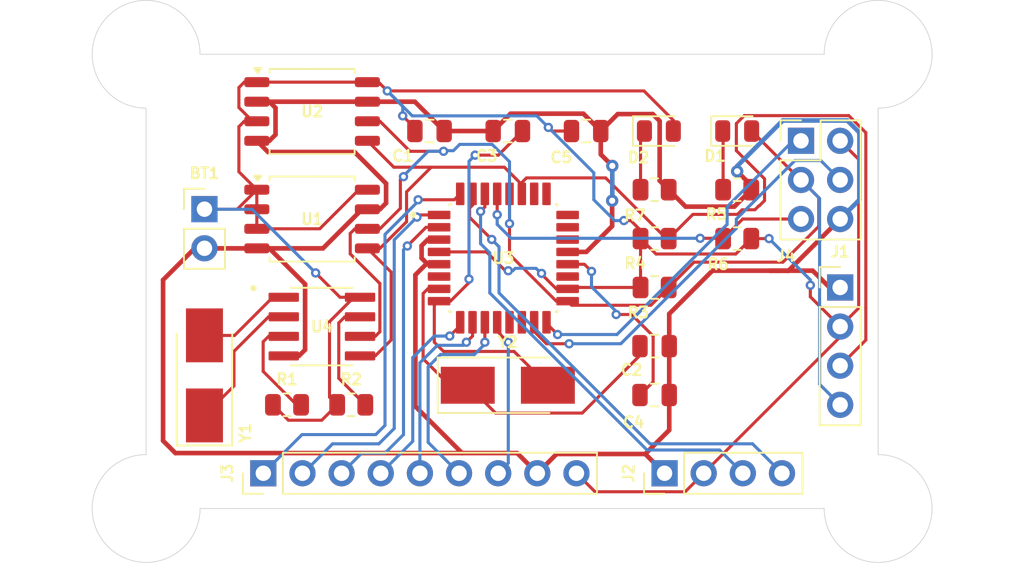
<source format=kicad_pcb>
(kicad_pcb (version 20241229) (generator "pcbnew") (generator_version "9.0")
  (title_block (title "${project_name}") (date "2025-07-05") (rev "1") (company "${company_name}") (comment 1 "${comment_1}"))
  (layers (0 "F.Cu" mixed) (2 "B.Cu" mixed) (13 "F.Paste" user) (15 "B.Paste" user) (5 "F.SilkS" user "F.Silkscreen") (7 "B.SilkS" user "B.Silkscreen") (1 "F.Mask" user) (3 "B.Mask" user) (25 "Edge.Cuts" user))
  (property "comment_1" "Made by Andres Perez")
  (property "company_name" "University of Notre Dame | Udemy")
  (property "project_name" "MCU Datalogger with 512K EEPROM and Clock")
  (net 0 "")
  (net 1 "GND")
  (net 2 "/Vcc")
  (net 3 "Net-(U3-PB6)")
  (net 4 "Net-(U3-PB7)")
  (net 5 "Net-(U3-AREF)")
  (net 6 "Net-(D1-K)")
  (net 7 "/SCL")
  (net 8 "Net-(D2-K)")
  (net 9 "/SDA")
  (net 10 "/TX")
  (net 11 "/RX")
  (net 12 "/D3")
  (net 13 "/D5")
  (net 14 "/D6")
  (net 15 "/D7")
  (net 16 "/D2")
  (net 17 "/D8")
  (net 18 "/D4")
  (net 19 "/MISO")
  (net 20 "/MOSI")
  (net 21 "/RESET")
  (net 22 "Net-(U4-~{INTA})")
  (net 23 "Net-(U4-SQW{slash}~INT)")
  (net 33 "Net-(U4-X1)")
  (net 34 "Net-(U4-X2)")
  (footprint "Capacitor_SMD:C_0805_2012Metric" (layer "F.Cu") (at 135.89 70.485)
    (property "Reference" "C1")
    (property "Value" "0.1uF")
  )
  (footprint "Resistor_SMD:R_0805_2012Metric" (layer "F.Cu") (at 126.6425 88.265)
    (property "Reference" "R1")
    (property "Value" "10K")
  )
  (footprint "Capacitor_SMD:C_0805_2012Metric" (layer "F.Cu") (at 140.97 70.485 180)
    (property "Reference" "C3")
    (property "Value" "22pF")
  )
  (footprint "ATMEGA328P-AU:QFP80P900X900X120-32N" (layer "F.Cu") (at 140.68 78.735)
    (property "Reference" "U3")
    (property "Value" "ATMEGA328P-AU" (hide yes))
  )
  (footprint "Capacitor_SMD:C_0805_2012Metric" (layer "F.Cu") (at 150.495 87.63)
    (property "Reference" "C4")
    (property "Value" "0.1uF")
  )
  (footprint "Resistor_SMD:R_0805_2012Metric" (layer "F.Cu") (at 130.81 88.265)
    (property "Reference" "R2")
    (property "Value" "10K")
  )
  (footprint "MountingHole:MountingHole_3.2mm_M3" (layer "F.Cu") (at 165 65.5)
    (property "Reference" "REF**" (hide yes))
    (property "Value" "MountingHole_3.2mm_M3")
  )
  (footprint "Package_SO:SOIC-8_5.3x5.3mm_P1.27mm" (layer "F.Cu") (at 128.27 69.215)
    (property "Reference" "U2")
    (property "Value" "24LC1025")
  )
  (footprint "MountingHole:MountingHole_3.2mm_M3" (layer "F.Cu") (at 117.5 65.5)
    (property "Reference" "REF**" (hide yes))
    (property "Value" "MountingHole_3.2mm_M3")
  )
  (footprint "Resistor_SMD:R_0805_2012Metric" (layer "F.Cu") (at 155.8525 74.295 180)
    (property "Reference" "R5")
    (property "Value" "330")
  )
  (footprint "Connector_PinHeader_2.54mm:PinHeader_1x04_P2.54mm_Vertical" (layer "F.Cu") (at 151.14 92.71 90)
    (property "Reference" "J2")
    (property "Value" "Conn_01x04_Pin" (hide yes))
  )
  (footprint "DS1337S_:SOIC127P600X175-8N" (layer "F.Cu") (at 128.905 83.185)
    (property "Reference" "U4")
    (property "Value" "DS1337S_" (hide yes))
  )
  (footprint "Connector_PinHeader_2.54mm:PinHeader_1x02_P2.54mm_Vertical" (layer "F.Cu") (at 121.285 75.56)
    (property "Reference" "BT1")
    (property "Value" "Battery")
  )
  (footprint "Connector_PinHeader_2.54mm:PinHeader_2x03_P2.54mm_Vertical" (layer "F.Cu") (at 159.995 71.12)
    (property "Reference" "J4")
    (property "Value" "Conn_02x03_Odd_Even" (hide yes))
  )
  (footprint "Resistor_SMD:R_0805_2012Metric" (layer "F.Cu") (at 150.495 80.645)
    (property "Reference" "R3")
    (property "Value" "4.7K")
  )
  (footprint "Crystal:Crystal_SMD_5032-2Pin_5.0x3.2mm_HandSoldering" (layer "F.Cu") (at 140.97 86.995)
    (property "Reference" "Y2")
    (property "Value" "16 MHz")
  )
  (footprint "Crystal:Crystal_SMD_5032-2Pin_5.0x3.2mm_HandSoldering" (layer "F.Cu") (at 121.285 86.355 90)
    (property "Reference" "Y1")
    (property "Value" "32.768 KHz")
  )
  (footprint "Resistor_SMD:R_0805_2012Metric" (layer "F.Cu") (at 155.8525 77.47)
    (property "Reference" "R6")
    (property "Value" "10K")
  )
  (footprint "Resistor_SMD:R_0805_2012Metric" (layer "F.Cu") (at 150.495 77.47)
    (property "Reference" "R4")
    (property "Value" "4.7K")
  )
  (footprint "MountingHole:MountingHole_3.2mm_M3" (layer "F.Cu") (at 117.5 95)
    (property "Reference" "REF**" (hide yes))
    (property "Value" "MountingHole_3.2mm_M3")
  )
  (footprint "Connector_PinHeader_2.54mm:PinHeader_1x04_P2.54mm_Vertical" (layer "F.Cu") (at 162.535 80.645)
    (property "Reference" "J1")
    (property "Value" "Conn_01x04_Pin" (hide yes))
  )
  (footprint "LED_SMD:LED_0805_2012Metric" (layer "F.Cu") (at 155.8525 70.485)
    (property "Reference" "D1")
    (property "Value" "LED")
  )
  (footprint "MountingHole:MountingHole_3.2mm_M3" (layer "F.Cu") (at 165 95)
    (property "Reference" "REF**" (hide yes))
    (property "Value" "MountingHole_3.2mm_M3")
  )
  (footprint "Connector_PinHeader_2.54mm:PinHeader_1x09_P2.54mm_Vertical" (layer "F.Cu") (at 125.105 92.71 90)
    (property "Reference" "J3")
    (property "Value" "Conn_01x09_Pin" (hide yes))
  )
  (footprint "Resistor_SMD:R_0805_2012Metric" (layer "F.Cu") (at 150.495 74.295)
    (property "Reference" "R7")
    (property "Value" "330")
  )
  (footprint "Package_SO:SOIC-8_5.3x5.3mm_P1.27mm" (layer "F.Cu") (at 128.27 76.2)
    (property "Reference" "U1")
    (property "Value" "24LC1025")
  )
  (footprint "Capacitor_SMD:C_0805_2012Metric" (layer "F.Cu") (at 146.05 70.485)
    (property "Reference" "C5")
    (property "Value" "100nF")
  )
  (footprint "LED_SMD:LED_0805_2012Metric" (layer "F.Cu") (at 150.7725 70.485)
    (property "Reference" "D2")
    (property "Value" "LED")
  )
  (footprint "Capacitor_SMD:C_0805_2012Metric" (layer "F.Cu") (at 150.495 84.455 180)
    (property "Reference" "C2")
    (property "Value" "22pF")
  )
  (gr_arc (start 117.5 69) (mid 115.025126 63.025126) (end 121 65.5) (stroke (width 0.05)) (layer "Edge.Cuts"))
  (gr_line (start 121 65.5) (end 161.5 65.5) (stroke (width 0.05)) (layer "Edge.Cuts"))
  (gr_line (start 117.5 69) (end 117.5 91.5) (stroke (width 0.05)) (layer "Edge.Cuts"))
  (gr_arc (start 165 91.5) (mid 167.474874 97.474874) (end 161.5 95) (stroke (width 0.05)) (layer "Edge.Cuts"))
  (gr_arc (start 161.5 65.5) (mid 167.474874 63.025126) (end 165 69) (stroke (width 0.05)) (layer "Edge.Cuts"))
  (gr_line (start 121 95) (end 123.5 95) (stroke (width 0.05)) (layer "Edge.Cuts"))
  (gr_line (start 123.5 95) (end 161.5 95) (stroke (width 0.05)) (layer "Edge.Cuts"))
  (gr_arc (start 121 95) (mid 115.025126 97.474874) (end 117.5 91.5) (stroke (width 0.05)) (layer "Edge.Cuts"))
  (gr_line (start 165 69) (end 165 91.5) (stroke (width 0.05)) (layer "Edge.Cuts"))
  (segment (start 145.874 69.359) (end 147 70.485) (width 0.3) (layer "F.Cu") (net 1))
  (segment (start 124.6825 78.105) (end 128.973588 78.105) (width 0.3) (layer "F.Cu") (net 1))
  (segment (start 142.885 92.71) (end 144.136 91.459) (width 0.3) (layer "F.Cu") (net 1))
  (segment (start 149.889 91.459) (end 151.14 92.71) (width 0.3) (layer "F.Cu") (net 1))
  (segment (start 125.896 70.718999) (end 125.494999 71.12) (width 0.3) (layer "F.Cu") (net 1))
  (segment (start 150.374068 69.384) (end 150.8215 69.831432) (width 0.3) (layer "F.Cu") (net 1))
  (segment (start 152.5085 75.396) (end 151.4075 74.295) (width 0.3) (layer "F.Cu") (net 1))
  (segment (start 124.6825 68.58) (end 125.494999 68.58) (width 0.3) (layer "F.Cu") (net 1))
  (segment (start 147 72) (end 147.75 72.75) (width 0.3) (layer "F.Cu") (net 1))
  (segment (start 127.816 80.426001) (end 125.494999 78.105) (width 0.3) (layer "F.Cu") (net 1))
  (segment (start 135.374 77.932268) (end 135.374 78.737732) (width 0.3) (layer "F.Cu") (net 1))
  (segment (start 125.4085 71.846) (end 124.6825 71.12) (width 0.3) (layer "F.Cu") (net 1))
  (segment (start 156.765 74.295) (end 156.765 74.015) (width 0.3) (layer "F.Cu") (net 1))
  (segment (start 120.65 78.105) (end 118.6 80.155) (width 0.3) (layer "F.Cu") (net 1))
  (segment (start 125.494999 71.12) (end 124.6825 71.12) (width 0.3) (layer "F.Cu") (net 1))
  (segment (start 156.765 74.015) (end 155.85 73.1) (width 0.3) (layer "F.Cu") (net 1))
  (segment (start 127.415 85.09) (end 127.816 84.689) (width 0.3) (layer "F.Cu") (net 1))
  (segment (start 147.739089 75.010911) (end 147.739089 76.660911) (width 0.3) (layer "F.Cu") (net 1))
  (segment (start 156.765 74.295) (end 155.664 75.396) (width 0.3) (layer "F.Cu") (net 1))
  (segment (start 151.445 89.903) (end 149.889 91.459) (width 0.3) (layer "F.Cu") (net 1))
  (segment (start 140.02 70.485) (end 141.146 69.359) (width 0.3) (layer "F.Cu") (net 1))
  (segment (start 128.973588 78.105) (end 131.513588 75.565) (width 0.3) (layer "F.Cu") (net 1))
  (segment (start 151.445 84.455) (end 151.445 82.355) (width 0.3) (layer "F.Cu") (net 1))
  (segment (start 151.445 87.63) (end 151.445 89.903) (width 0.3) (layer "F.Cu") (net 1))
  (segment (start 141.146 69.359) (end 145.874 69.359) (width 0.3) (layer "F.Cu") (net 1))
  (segment (start 131.513588 75.565) (end 131.8575 75.565) (width 0.3) (layer "F.Cu") (net 1))
  (segment (start 126.43 85.09) (end 127.415 85.09) (width 0.3) (layer "F.Cu") (net 1))
  (segment (start 136.51 79.135) (end 135.665 79.135) (width 0.3) (layer "F.Cu") (net 1))
  (segment (start 135.771268 79.135) (end 136.51 79.135) (width 0.3) (layer "F.Cu") (net 1))
  (segment (start 119.4 91.4) (end 141.575 91.4) (width 0.3) (layer "F.Cu") (net 1))
  (segment (start 155.664 75.396) (end 152.5085 75.396) (width 0.3) (layer "F.Cu") (net 1))
  (segment (start 147.739089 76.660911) (end 146.065 78.335) (width 0.3) (layer "F.Cu") (net 1))
  (segment (start 160.755 79.555) (end 161.845 80.645) (width 0.3) (layer "F.Cu") (net 1))
  (segment (start 150.8215 69.831432) (end 150.8215 73.709) (width 0.3) (layer "F.Cu") (net 1))
  (segment (start 135.771268 77.535) (end 135.374 77.932268) (width 0.3) (layer "F.Cu") (net 1))
  (segment (start 141.575 91.4) (end 142.885 92.71) (width 0.3) (layer "F.Cu") (net 1))
  (segment (start 124.6825 68.58) (end 131.8575 68.58) (width 0.3) (layer "F.Cu") (net 1))
  (segment (start 134.973 79.827) (end 134.973 88.373) (width 0.3) (layer "F.Cu") (net 1))
  (segment (start 125.896 68.981001) (end 125.896 70.718999) (width 0.3) (layer "F.Cu") (net 1))
  (segment (start 147 70.485) (end 148.101 69.384) (width 0.3) (layer "F.Cu") (net 1))
  (segment (start 154.245 79.555) (end 158 79.555) (width 0.3) (layer "F.Cu") (net 1))
  (segment (start 134.935 68.58) (end 131.8575 68.58) (width 0.3) (layer "F.Cu") (net 1))
  (segment (start 125.494999 68.58) (end 125.896 68.981001) (width 0.3) (layer "F.Cu") (net 1))
  (segment (start 140.02 70.485) (end 136.84 70.485) (width 0.3) (layer "F.Cu") (net 1))
  (segment (start 134.973 88.373) (end 138 91.4) (width 0.3) (layer "F.Cu") (net 1))
  (segment (start 131.8575 75.565) (end 132.669999 75.565) (width 0.3) (layer "F.Cu") (net 1))
  (segment (start 147 70.485) (end 147 72) (width 0.3) (layer "F.Cu") (net 1))
  (segment (start 144.136 91.459) (end 149.889 91.459) (width 0.3) (layer "F.Cu") (net 1))
  (segment (start 151.445 84.455) (end 151.445 87.63) (width 0.3) (layer "F.Cu") (net 1))
  (segment (start 127.816 84.689) (end 127.816 80.426001) (width 0.3) (layer "F.Cu") (net 1))
  (segment (start 118.6 80.155) (end 118.6 90.6) (width 0.3) (layer "F.Cu") (net 1))
  (segment (start 133.071 73.894588) (end 131.022412 71.846) (width 0.3) (layer "F.Cu") (net 1))
  (segment (start 135.374 78.737732) (end 135.771268 79.135) (width 0.3) (layer "F.Cu") (net 1))
  (segment (start 162.535 76.2) (end 159.18 79.555) (width 0.3) (layer "F.Cu") (net 1))
  (segment (start 158.5 79.555) (end 160.755 79.555) (width 0.3) (layer "F.Cu") (net 1))
  (segment (start 162.535 76.2) (end 162.535 76.265) (width 0.3) (layer "F.Cu") (net 1))
  (segment (start 135.665 79.135) (end 134.973 79.827) (width 0.3) (layer "F.Cu") (net 1))
  (segment (start 136.84 70.485) (end 134.935 68.58) (width 0.3) (layer "F.Cu") (net 1))
  (segment (start 118.6 90.6) (end 119.4 91.4) (width 0.3) (layer "F.Cu") (net 1))
  (segment (start 159.18 79.555) (end 158 79.555) (width 0.3) (layer "F.Cu") (net 1))
  (segment (start 161.845 80.645) (end 162.535 80.645) (width 0.3) (layer "F.Cu") (net 1))
  (segment (start 146.065 78.335) (end 144.85 78.335) (width 0.3) (layer "F.Cu") (net 1))
  (segment (start 133.071 75.163999) (end 133.071 73.894588) (width 0.3) (layer "F.Cu") (net 1))
  (segment (start 150.8215 73.709) (end 151.4075 74.295) (width 0.3) (layer "F.Cu") (net 1))
  (segment (start 136.51 77.535) (end 135.771268 77.535) (width 0.3) (layer "F.Cu") (net 1))
  (segment (start 132.669999 75.565) (end 133.071 75.163999) (width 0.3) (layer "F.Cu") (net 1))
  (segment (start 158 79.555) (end 158.5 79.555) (width 0.3) (layer "F.Cu") (net 1))
  (segment (start 151.445 82.355) (end 154.245 79.555) (width 0.3) (layer "F.Cu") (net 1))
  (segment (start 120.65 78.105) (end 124.6825 78.105) (width 0.3) (layer "F.Cu") (net 1))
  (segment (start 125.494999 78.105) (end 124.6825 78.105) (width 0.3) (layer "F.Cu") (net 1))
  (segment (start 148.101 69.384) (end 150.374068 69.384) (width 0.3) (layer "F.Cu") (net 1))
  (segment (start 131.022412 71.846) (end 125.4085 71.846) (width 0.3) (layer "F.Cu") (net 1))
  (via (at 155.85 73.1) (size 0.8) (drill 0.4) (layers "F.Cu" "B.Cu") (net 1))
  (via (at 147.739089 75.010911) (size 0.8) (drill 0.4) (layers "F.Cu" "B.Cu") (net 1))
  (via (at 147.75 72.75) (size 0.8) (drill 0.4) (layers "F.Cu" "B.Cu") (net 1))
  (segment (start 147.75 75) (end 147.75 72.75) (width 0.3) (layer "B.Cu") (net 1))
  (segment (start 155.85 73.1) (end 155.85 72.763) (width 0.3) (layer "B.Cu") (net 1))
  (segment (start 163 69.8) (end 163.786 70.586) (width 0.3) (layer "B.Cu") (net 1))
  (segment (start 147.739089 75.010911) (end 147.75 75) (width 0.3) (layer "B.Cu") (net 1))
  (segment (start 163.786 70.586) (end 163.786 74.949) (width 0.3) (layer "B.Cu") (net 1))
  (segment (start 158.813 69.8) (end 163 69.8) (width 0.3) (layer "B.Cu") (net 1))
  (segment (start 155.85 72.763) (end 158.813 69.8) (width 0.3) (layer "B.Cu") (net 1))
  (segment (start 163.786 74.949) (end 162.535 76.2) (width 0.3) (layer "B.Cu") (net 1))
  (segment (start 120.65 75.565) (end 123.4125 75.565) (width 0.2) (layer "F.Cu") (net 2))
  (segment (start 125.73 88.265) (end 126.731 89.266) (width 0.2) (layer "F.Cu") (net 2))
  (segment (start 123.519 70.201001) (end 123.870001 69.85) (width 0.2) (layer "F.Cu") (net 2))
  (segment (start 155.764 78.471) (end 156.765 77.47) (width 0.2) (layer "F.Cu") (net 2))
  (segment (start 123.870001 67.31) (end 123.519 67.661001) (width 0.2) (layer "F.Cu") (net 2))
  (segment (start 149.5825 76.9325) (end 149.5825 77.47) (width 0.2) (layer "F.Cu") (net 2))
  (segment (start 157.92 77.47) (end 156.765 77.47) (width 0.2) (layer "F.Cu") (net 2))
  (segment (start 145.425 92.71) (end 146.626 93.911) (width 0.2) (layer "F.Cu") (net 2))
  (segment (start 160.6 81.25) (end 162.535 83.185) (width 0.2) (layer "F.Cu") (net 2))
  (segment (start 162.535 71.12) (end 163.736 72.321) (width 0.2) (layer "F.Cu") (net 2))
  (segment (start 123.870001 69.85) (end 124.6825 69.85) (width 0.2) (layer "F.Cu") (net 2))
  (segment (start 152.479 93.911) (end 153.68 92.71) (width 0.2) (layer "F.Cu") (net 2))
  (segment (start 133.15 67.88) (end 132.58 67.31) (width 0.2) (layer "F.Cu") (net 2))
  (segment (start 126.731 89.266) (end 128.8965 89.266) (width 0.2) (layer "F.Cu") (net 2))
  (segment (start 124.409298 69.85) (end 124.6825 69.85) (width 0.2) (layer "F.Cu") (net 2))
  (segment (start 163.736 72.321) (end 163.736 81.984) (width 0.2) (layer "F.Cu") (net 2))
  (segment (start 143.157132 79.728603) (end 143.157132 79.777132) (width 0.2) (layer "F.Cu") (net 2))
  (segment (start 162.535 83.855) (end 162.535 83.185) (width 0.2) (layer "F.Cu") (net 2))
  (segment (start 129.4 87.7675) (end 129.4 82.86548) (width 0.2) (layer "F.Cu") (net 2))
  (segment (start 146.626 93.911) (end 152.479 93.911) (width 0.2) (layer "F.Cu") (net 2))
  (segment (start 123.4125 75.565) (end 124.6825 74.295) (width 0.2) (layer "F.Cu") (net 2))
  (segment (start 123.519 67.661001) (end 123.519 68.959702) (width 0.2) (layer "F.Cu") (net 2))
  (segment (start 151.71 69.785001) (end 149.804999 67.88) (width 0.2) (layer "F.Cu") (net 2))
  (segment (start 131.38 81.28) (end 130.08 81.28) (width 0.2) (layer "F.Cu") (net 2))
  (segment (start 124.6825 74.295) (end 124.6825 75.565) (width 0.2) (layer "F.Cu") (net 2))
  (segment (start 129.4 82.86548) (end 130.98548 81.28) (width 0.2) (layer "F.Cu") (net 2))
  (segment (start 129.8975 88.265) (end 129.4 87.7675) (width 0.2) (layer "F.Cu") (net 2))
  (segment (start 139.585 78.335) (end 136.51 78.335) (width 0.2) (layer "F.Cu") (net 2))
  (segment (start 123.519 73.1315) (end 123.519 70.201001) (width 0.2) (layer "F.Cu") (net 2))
  (segment (start 124.6825 76.835) (end 128.765 76.835) (width 0.2) (layer "F.Cu") (net 2))
  (segment (start 148.95 76.3) (end 149.5825 76.9325) (width 0.2) (layer "F.Cu") (net 2))
  (segment (start 124.6825 76.835) (end 124.6825 75.565) (width 0.2) (layer "F.Cu") (net 2))
  (segment (start 130.98548 81.28) (end 131.38 81.28) (width 0.2) (layer "F.Cu") (net 2))
  (segment (start 131.305 74.295) (end 131.8575 74.295) (width 0.2) (layer "F.Cu") (net 2))
  (segment (start 151.71 70.485) (end 151.71 69.785001) (width 0.2) (layer "F.Cu") (net 2))
  (segment (start 144.115 80.735) (end 144.85 80.735) (width 0.2) (layer "F.Cu") (net 2))
  (segment (start 149.5825 77.47) (end 149.5825 80.645) (width 0.2) (layer "F.Cu") (net 2))
  (segment (start 134.15 69.5) (end 134.94 70.29) (width 0.2) (layer "F.Cu") (net 2))
  (segment (start 160.6 80.5) (end 160.6 81.25) (width 0.2) (layer "F.Cu") (net 2))
  (segment (start 145.355 80.645) (end 149.5825 80.645) (width 0.2) (layer "F.Cu") (net 2))
  (segment (start 124.6825 74.295) (end 123.519 73.1315) (width 0.2) (layer "F.Cu") (net 2))
  (segment (start 132.58 67.31) (end 131.8575 67.31) (width 0.2) (layer "F.Cu") (net 2))
  (segment (start 149.804999 67.88) (end 133.15 67.88) (width 0.2) (layer "F.Cu") (net 2))
  (segment (start 144.85 80.735) (end 145.265 80.735) (width 0.2) (layer "F.Cu") (net 2))
  (segment (start 128.765 76.835) (end 131.305 74.295) (width 0.2) (layer "F.Cu") (net 2))
  (segment (start 153.68 92.71) (end 162.535 83.855) (width 0.2) (layer "F.Cu") (net 2))
  (segment (start 150.5835 78.471) (end 155.764 78.471) (width 0.2) (layer "F.Cu") (net 2))
  (segment (start 143.157132 79.777132) (end 144.115 80.735) (width 0.2) (layer "F.Cu") (net 2))
  (segment (start 134.94 70.29) (end 134.94 70.485) (width 0.2) (layer "F.Cu") (net 2))
  (segment (start 163.736 81.984) (end 162.535 83.185) (width 0.2) (layer "F.Cu") (net 2))
  (segment (start 124.6825 67.31) (end 123.870001 67.31) (width 0.2) (layer "F.Cu") (net 2))
  (segment (start 131.8575 67.31) (end 124.6825 67.31) (width 0.2) (layer "F.Cu") (net 2))
  (segment (start 145.265 80.735) (end 145.355 80.645) (width 0.2) (layer "F.Cu") (net 2))
  (segment (start 148.5 76.3) (end 148.95 76.3) (width 0.2) (layer "F.Cu") (net 2))
  (segment (start 141 79.559265) (end 140.809265 79.559265) (width 0.2) (layer "F.Cu") (net 2))
  (segment (start 149.5825 77.47) (end 150.5835 78.471) (width 0.2) (layer "F.Cu") (net 2))
  (segment (start 143.835 70.485) (end 143.6 70.25) (width 0.2) (layer "F.Cu") (net 2))
  (segment (start 130.08 81.28) (end 128.5 79.7) (width 0.2) (layer "F.Cu") (net 2))
  (segment (start 123.519 68.959702) (end 124.409298 69.85) (width 0.2) (layer "F.Cu") (net 2))
  (segment (start 128.8965 89.266) (end 129.8975 88.265) (width 0.2) (layer "F.Cu") (net 2))
  (segment (start 145.1 70.485) (end 143.835 70.485) (width 0.2) (layer "F.Cu") (net 2))
  (segment (start 140.809265 79.559265) (end 139.585 78.335) (width 0.2) (layer "F.Cu") (net 2))
  (via (at 157.92 77.47) (size 0.6) (drill 0.3) (layers "F.Cu" "B.Cu") (net 2))
  (via (at 143.157132 79.728603) (size 0.6) (drill 0.3) (layers "F.Cu" "B.Cu") (net 2))
  (via (at 143.6 70.25) (size 0.6) (drill 0.3) (layers "F.Cu" "B.Cu") (net 2))
  (via (at 134.15 69.5) (size 0.6) (drill 0.3) (layers "F.Cu" "B.Cu") (net 2))
  (via (at 141 79.559265) (size 0.6) (drill 0.3) (layers "F.Cu" "B.Cu") (net 2))
  (via (at 160.6 80.5) (size 0.6) (drill 0.3) (layers "F.Cu" "B.Cu") (net 2))
  (via (at 148.5 76.3) (size 0.6) (drill 0.3) (layers "F.Cu" "B.Cu") (net 2))
  (via (at 133.15 67.88) (size 0.6) (drill 0.3) (layers "F.Cu" "B.Cu") (net 2))
  (via (at 128.5 79.7) (size 0.6) (drill 0.3) (layers "F.Cu" "B.Cu") (net 2))
  (segment (start 134.77 69.5) (end 133.15 67.88) (width 0.2) (layer "B.Cu") (net 2))
  (segment (start 128.5 79.7) (end 124.365 75.565) (width 0.2) (layer "B.Cu") (net 2))
  (segment (start 143.6 70.25) (end 142.85 69.5) (width 0.2) (layer "B.Cu") (net 2))
  (segment (start 146.55 74.95) (end 146.55 73.2) (width 0.2) (layer "B.Cu") (net 2))
  (segment (start 141.290735 79.559265) (end 141 79.559265) (width 0.2) (layer "B.Cu") (net 2))
  (segment (start 146.55 73.2) (end 143.6 70.25) (width 0.2) (layer "B.Cu") (net 2))
  (segment (start 160.6 80.15) (end 160.6 80.5) (width 0.2) (layer "B.Cu") (net 2))
  (segment (start 141.45 79.4) (end 141.290735 79.559265) (width 0.2) (layer "B.Cu") (net 2))
  (segment (start 134.15 68.88) (end 134.15 69.5) (width 0.2) (layer "B.Cu") (net 2))
  (segment (start 148.5 76.3) (end 147.9 76.3) (width 0.2) (layer "B.Cu") (net 2))
  (segment (start 124.365 75.565) (end 120.65 75.565) (width 0.2) (layer "B.Cu") (net 2))
  (segment (start 143.128603 79.728603) (end 142.8 79.4) (width 0.2) (layer "B.Cu") (net 2))
  (segment (start 157.92 77.47) (end 160.6 80.15) (width 0.2) (layer "B.Cu") (net 2))
  (segment (start 133.15 67.88) (end 134.15 68.88) (width 0.2) (layer "B.Cu") (net 2))
  (segment (start 147.9 76.3) (end 146.55 74.95) (width 0.2) (layer "B.Cu") (net 2))
  (segment (start 143.157132 79.728603) (end 143.128603 79.728603) (width 0.2) (layer "B.Cu") (net 2))
  (segment (start 142.85 69.5) (end 134.77 69.5) (width 0.2) (layer "B.Cu") (net 2))
  (segment (start 142.8 79.4) (end 141.45 79.4) (width 0.2) (layer "B.Cu") (net 2))
  (segment (start 145.8 88.8) (end 140.175 88.8) (width 0.2) (layer "F.Cu") (net 3))
  (segment (start 138.37 86.995) (end 137.195 86.995) (width 0.2) (layer "F.Cu") (net 3))
  (segment (start 135.474 85.274) (end 135.474 81.036) (width 0.2) (layer "F.Cu") (net 3))
  (segment (start 149.545 84.455) (end 149.545 85.055) (width 0.2) (layer "F.Cu") (net 3))
  (segment (start 135.775 80.735) (end 136.51 80.735) (width 0.2) (layer "F.Cu") (net 3))
  (segment (start 137.195 86.995) (end 135.474 85.274) (width 0.2) (layer "F.Cu") (net 3))
  (segment (start 149.545 85.055) (end 145.8 88.8) (width 0.2) (layer "F.Cu") (net 3))
  (segment (start 140.175 88.8) (end 138.37 86.995) (width 0.2) (layer "F.Cu") (net 3))
  (segment (start 135.474 81.036) (end 135.775 80.735) (width 0.2) (layer "F.Cu") (net 3))
  (segment (start 141.375 84.8) (end 143.57 86.995) (width 0.2) (layer "F.Cu") (net 4))
  (segment (start 141.92 70.485) (end 140.355 72.05) (width 0.2) (layer "F.Cu") (net 4))
  (segment (start 138.45 80.33) (end 137.245 81.535) (width 0.2) (layer "F.Cu") (net 4))
  (segment (start 137.245 81.535) (end 136.51 81.535) (width 0.2) (layer "F.Cu") (net 4))
  (segment (start 136.51 81.535) (end 136.465 81.535) (width 0.2) (layer "F.Cu") (net 4))
  (segment (start 136.465 81.535) (end 136.2 81.8) (width 0.2) (layer "F.Cu") (net 4))
  (segment (start 140.355 72.05) (end 138.85 72.05) (width 0.2) (layer "F.Cu") (net 4))
  (segment (start 138.45 80.1) (end 138.45 80.33) (width 0.2) (layer "F.Cu") (net 4))
  (segment (start 136.8 84.8) (end 141.375 84.8) (width 0.2) (layer "F.Cu") (net 4))
  (segment (start 136.2 84.2) (end 136.8 84.8) (width 0.2) (layer "F.Cu") (net 4))
  (segment (start 136.2 81.8) (end 136.2 84.2) (width 0.2) (layer "F.Cu") (net 4))
  (via (at 138.45 80.1) (size 0.6) (drill 0.3) (layers "F.Cu" "B.Cu") (net 4))
  (via (at 138.85 72.05) (size 0.6) (drill 0.3) (layers "F.Cu" "B.Cu") (net 4))
  (segment (start 138.45 72.45) (end 138.45 80.1) (width 0.2) (layer "B.Cu") (net 4))
  (segment (start 138.85 72.05) (end 138.45 72.45) (width 0.2) (layer "B.Cu") (net 4))
  (segment (start 150.4 86.775) (end 149.545 87.63) (width 0.2) (layer "F.Cu") (net 5))
  (segment (start 150.4 83.8) (end 150.4 86.775) (width 0.2) (layer "F.Cu") (net 5))
  (segment (start 149 82.4) (end 150.4 83.8) (width 0.2) (layer "F.Cu") (net 5))
  (segment (start 148 82.4) (end 149 82.4) (width 0.2) (layer "F.Cu") (net 5))
  (segment (start 144.85 79.135) (end 145.935 79.135) (width 0.2) (layer "F.Cu") (net 5))
  (segment (start 145.935 79.135) (end 146.4 79.6) (width 0.2) (layer "F.Cu") (net 5))
  (via (at 146.4 79.6) (size 0.6) (drill 0.3) (layers "F.Cu" "B.Cu") (net 5))
  (via (at 148 82.4) (size 0.6) (drill 0.3) (layers "F.Cu" "B.Cu") (net 5))
  (segment (start 148 82.2) (end 146.4 80.6) (width 0.2) (layer "B.Cu") (net 5))
  (segment (start 148 82.4) (end 148 82.2) (width 0.2) (layer "B.Cu") (net 5))
  (segment (start 146.4 80.6) (end 146.4 79.6) (width 0.2) (layer "B.Cu") (net 5))
  (segment (start 154.94 74.295) (end 154.94 70.51) (width 0.2) (layer "F.Cu") (net 6))
  (segment (start 154.94 70.51) (end 154.915 70.485) (width 0.2) (layer "F.Cu") (net 6))
  (segment (start 136.8 71.8) (end 134.619999 71.8) (width 0.2) (layer "F.Cu") (net 7))
  (segment (start 130.744 77.136001) (end 131.045001 76.835) (width 0.2) (layer "F.Cu") (net 7))
  (segment (start 132.669999 69.85) (end 131.8575 69.85) (width 0.2) (layer "F.Cu") (net 7))
  (segment (start 150.2525 81.8) (end 151.4075 80.645) (width 0.2) (layer "F.Cu") (net 7))
  (segment (start 161.146 76.67676) (end 158.82276 79) (width 0.2) (layer "F.Cu") (net 7))
  (segment (start 153.0525 79) (end 151.4075 80.645) (width 0.2) (layer "F.Cu") (net 7))
  (segment (start 141.08 76.5) (end 141.08 74.565) (width 0.2) (layer "F.Cu") (net 7))
  (segment (start 130.744 78.46399) (end 130.744 77.136001) (width 0.2) (layer "F.Cu") (net 7))
  (segment (start 141.08 76.5) (end 141.08 78.5) (width 0.2) (layer "F.Cu") (net 7))
  (segment (start 132.666 80.38599) (end 130.744 78.46399) (width 0.2) (layer "F.Cu") (net 7))
  (segment (start 131.045001 76.835) (end 131.8575 76.835) (width 0.2) (layer "F.Cu") (net 7))
  (segment (start 159.995 73.66) (end 161.146 74.811) (width 0.2) (layer "F.Cu") (net 7))
  (segment (start 159.965 73.66) (end 159.995 73.66) (width 0.2) (layer "F.Cu") (net 7))
  (segment (start 144.115 81.535) (end 144.85 81.535) (width 0.2) (layer "F.Cu") (net 7))
  (segment (start 144.85 81.535) (end 145.115 81.8) (width 0.2) (layer "F.Cu") (net 7))
  (segment (start 145.115 81.8) (end 150.2525 81.8) (width 0.2) (layer "F.Cu") (net 7))
  (segment (start 141.08 78.5) (end 144.115 81.535) (width 0.2) (layer "F.Cu") (net 7))
  (segment (start 132.669999 76.835) (end 133.999 75.505999) (width 0.2) (layer "F.Cu") (net 7))
  (segment (start 158.82276 79) (end 153.0525 79) (width 0.2) (layer "F.Cu") (net 7))
  (segment (start 156.79 70.485) (end 159.965 73.66) (width 0.2) (layer "F.Cu") (net 7))
  (segment (start 134.619999 71.8) (end 132.669999 69.85) (width 0.2) (layer "F.Cu") (net 7))
  (segment (start 161.146 74.811) (end 161.146 76.67676) (width 0.2) (layer "F.Cu") (net 7))
  (segment (start 131.38 83.82) (end 132.365 83.82) (width 0.2) (layer "F.Cu") (net 7))
  (segment (start 131.8575 76.835) (end 132.669999 76.835) (width 0.2) (layer "F.Cu") (net 7))
  (segment (start 133.999 75.505999) (end 133.999 73.651) (width 0.2) (layer "F.Cu") (net 7))
  (segment (start 132.365 83.82) (end 132.666 83.519) (width 0.2) (layer "F.Cu") (net 7))
  (segment (start 133.999 73.651) (end 134.2 73.45) (width 0.2) (layer "F.Cu") (net 7))
  (segment (start 132.666 83.519) (end 132.666 80.38599) (width 0.2) (layer "F.Cu") (net 7))
  (via (at 141.08 76.5) (size 0.6) (drill 0.3) (layers "F.Cu" "B.Cu") (net 7))
  (via (at 134.2 73.45) (size 0.6) (drill 0.3) (layers "F.Cu" "B.Cu") (net 7))
  (via (at 136.8 71.8) (size 0.6) (drill 0.3) (layers "F.Cu" "B.Cu") (net 7))
  (segment (start 136.84 71.76) (end 137.44 71.76) (width 0.2) (layer "B.Cu") (net 7))
  (segment (start 136.8 71.8) (end 136.84 71.76) (width 0.2) (layer "B.Cu") (net 7))
  (segment (start 136.8 71.8) (end 135.8 71.8) (width 0.2) (layer "B.Cu") (net 7))
  (segment (start 134.2 73.4) (end 134.2 73.45) (width 0.2) (layer "B.Cu") (net 7))
  (segment (start 159.995 73.66) (end 161.2 74.865) (width 0.2) (layer "B.Cu") (net 7))
  (segment (start 135.8 71.8) (end 134.2 73.4) (width 0.2) (layer "B.Cu") (net 7))
  (segment (start 139.95 71.35) (end 141.08 72.48) (width 0.2) (layer "B.Cu") (net 7))
  (segment (start 161.2 74.865) (end 161.2 86.93) (width 0.2) (layer "B.Cu") (net 7))
  (segment (start 141.08 72.48) (end 141.08 76.5) (width 0.2) (layer "B.Cu") (net 7))
  (segment (start 137.44 71.76) (end 137.85 71.35) (width 0.2) (layer "B.Cu") (net 7))
  (segment (start 161.2 86.93) (end 162.535 88.265) (width 0.2) (layer "B.Cu") (net 7))
  (segment (start 137.85 71.35) (end 139.95 71.35) (width 0.2) (layer "B.Cu") (net 7))
  (segment (start 149.5825 74.295) (end 149.5825 70.7375) (width 0.2) (layer "F.Cu") (net 8))
  (segment (start 149.5825 70.7375) (end 149.835 70.485) (width 0.2) (layer "F.Cu") (net 8))
  (segment (start 147.31784 73.529) (end 142.181 73.529) (width 0.2) (layer "F.Cu") (net 9))
  (segment (start 156.313854 69.484) (end 155.8 69.997854) (width 0.2) (layer "F.Cu") (net 9))
  (segment (start 133.4 79.6475) (end 131.8575 78.105) (width 0.2) (layer "F.Cu") (net 9))
  (segment (start 134.4 76.374999) (end 132.669999 78.105) (width 0.2) (layer "F.Cu") (net 9))
  (segment (start 155.87152 75.897) (end 155.871521 75.897) (width 0.2) (layer "F.Cu") (net 9))
  (segment (start 157.254 75.346) (end 157 75.6) (width 0.2) (layer "F.Cu") (net 9))
  (segment (start 155.87152 75.897) (end 155.45648 75.897) (width 0.2) (layer "F.Cu") (net 9))
  (segment (start 155.45648 75.897) (end 152.9805 75.897) (width 0.2) (layer "F.Cu") (net 9))
  (segment (start 141.88 73.967688) (end 141.88 74.565) (width 0.2) (layer "F.Cu") (net 9))
  (segment (start 151.4075 77.47) (end 151.25884 77.47) (width 0.2) (layer "F.Cu") (net 9))
  (segment (start 162.535 85.725) (end 164.2 84.06) (width 0.2) (layer "F.Cu") (net 9))
  (segment (start 157.6285 75.00087) (end 157.28337 75.346) (width 0.2) (layer "F.Cu") (net 9))
  (segment (start 142.181 73.529) (end 141.88 73.83) (width 0.2) (layer "F.Cu") (net 9))
  (segment (start 163.09386 69.484) (end 156.313854 69.484) (width 0.2) (layer "F.Cu") (net 9))
  (segment (start 155.8 69.997854) (end 155.8 71.76063) (width 0.2) (layer "F.Cu") (net 9))
  (segment (start 156.168521 75.6) (end 155.87152 75.897) (width 0.2) (layer "F.Cu") (net 9))
  (segment (start 152.9805 75.897) (end 151.4075 77.47) (width 0.2) (layer "F.Cu") (net 9))
  (segment (start 164.2 82) (end 164.2 70.59014) (width 0.2) (layer "F.Cu") (net 9))
  (segment (start 157.28337 75.346) (end 157.254 75.346) (width 0.2) (layer "F.Cu") (net 9))
  (segment (start 131.38 85.09) (end 132.365 85.09) (width 0.2) (layer "F.Cu") (net 9))
  (segment (start 164.2 84.06) (end 164.2 82) (width 0.2) (layer "F.Cu") (net 9))
  (segment (start 133.4 84.055) (end 133.4 79.6475) (width 0.2) (layer "F.Cu") (net 9))
  (segment (start 131.8575 71.12) (end 133.572 72.8345) (width 0.2) (layer "F.Cu") (net 9))
  (segment (start 136 72.8345) (end 134.4 74.4345) (width 0.2) (layer "F.Cu") (net 9))
  (segment (start 157 75.6) (end 156.168521 75.6) (width 0.2) (layer "F.Cu") (net 9))
  (segment (start 157.6285 73.58913) (end 157.6285 75.00087) (width 0.2) (layer "F.Cu") (net 9))
  (segment (start 151.25884 77.47) (end 147.31784 73.529) (width 0.2) (layer "F.Cu") (net 9))
  (segment (start 140.746812 72.8345) (end 141.88 73.967688) (width 0.2) (layer "F.Cu") (net 9))
  (segment (start 155.8 71.76063) (end 157.6285 73.58913) (width 0.2) (layer "F.Cu") (net 9))
  (segment (start 134.4 74.4345) (end 134.4 76.374999) (width 0.2) (layer "F.Cu") (net 9))
  (segment (start 132.669999 78.105) (end 131.8575 78.105) (width 0.2) (layer "F.Cu") (net 9))
  (segment (start 132.365 85.09) (end 133.4 84.055) (width 0.2) (layer "F.Cu") (net 9))
  (segment (start 164.2 70.59014) (end 163.09386 69.484) (width 0.2) (layer "F.Cu") (net 9))
  (segment (start 133.572 72.8345) (end 140.746812 72.8345) (width 0.2) (layer "F.Cu") (net 9))
  (segment (start 141.88 73.83) (end 141.88 74.565) (width 0.2) (layer "F.Cu") (net 9))
  (segment (start 138.49 76.09) (end 138.49 75.49) (width 0.2) (layer "F.Cu") (net 10))
  (segment (start 138.49 75.49) (end 138.68 75.3) (width 0.2) (layer "F.Cu") (net 10))
  (segment (start 139.925 77.525) (end 138.49 76.09) (width 0.2) (layer "F.Cu") (net 10))
  (segment (start 138.68 75.3) (end 138.68 74.565) (width 0.2) (layer "F.Cu") (net 10))
  (via (at 139.925 77.525) (size 0.6) (drill 0.3) (layers "F.Cu" "B.Cu") (net 10))
  (segment (start 156.849 90.799) (end 158.76 92.71) (width 0.2) (layer "B.Cu") (net 10))
  (segment (start 140.4 81) (end 140.959265 81.559265) (width 0.2) (layer "B.Cu") (net 10))
  (segment (start 150.199 90.799) (end 156.849 90.799) (width 0.2) (layer "B.Cu") (net 10))
  (segment (start 139.925 77.525) (end 140.4 78) (width 0.2) (layer "B.Cu") (net 10))
  (segment (start 141 81.6) (end 150.199 90.799) (width 0.2) (layer "B.Cu") (net 10))
  (segment (start 140.4 78) (end 140.4 81) (width 0.2) (layer "B.Cu") (net 10))
  (segment (start 139.202505 75.697495) (end 139.48 75.42) (width 0.2) (layer "F.Cu") (net 11))
  (segment (start 139.203158 75.703529) (end 139.202505 75.702876) (width 0.2) (layer "F.Cu") (net 11))
  (segment (start 139.48 75.42) (end 139.48 74.565) (width 0.2) (layer "F.Cu") (net 11))
  (segment (start 139.202505 75.702876) (end 139.202505 75.697495) (width 0.2) (layer "F.Cu") (net 11))
  (via (at 139.203158 75.703529) (size 0.6) (drill 0.3) (layers "F.Cu" "B.Cu") (net 11))
  (segment (start 150 91.2) (end 154.71 91.2) (width 0.2) (layer "B.Cu") (net 11))
  (segment (start 154.71 91.2) (end 156.22 92.71) (width 0.2) (layer "B.Cu") (net 11))
  (segment (start 139.203158 75.703529) (end 139.202505 75.704182) (width 0.2) (layer "B.Cu") (net 11))
  (segment (start 139.202505 77.802505) (end 139.8 78.4) (width 0.2) (layer "B.Cu") (net 11))
  (segment (start 139.8 81) (end 150 91.2) (width 0.2) (layer "B.Cu") (net 11))
  (segment (start 139.8 78.4) (end 139.8 81) (width 0.2) (layer "B.Cu") (net 11))
  (segment (start 139.202505 75.704182) (end 139.202505 77.802505) (width 0.2) (layer "B.Cu") (net 11))
  (segment (start 135.075 76.075) (end 135.215 75.935) (width 0.2) (layer "F.Cu") (net 12))
  (segment (start 135.215 75.935) (end 136.51 75.935) (width 0.2) (layer "F.Cu") (net 12))
  (via (at 135.075 76.075) (size 0.6) (drill 0.3) (layers "F.Cu" "B.Cu") (net 12))
  (segment (start 135.075 76.075) (end 133.6 77.55) (width 0.2) (layer "B.Cu") (net 12))
  (segment (start 132.6 90.8) (end 129.6 90.8) (width 0.2) (layer "B.Cu") (net 12))
  (segment (start 127.69 92.71) (end 127.645 92.71) (width 0.2) (layer "B.Cu") (net 12))
  (segment (start 133.6 77.55) (end 133.6 89.8) (width 0.2) (layer "B.Cu") (net 12))
  (segment (start 129.6 90.8) (end 127.69 92.71) (width 0.2) (layer "B.Cu") (net 12))
  (segment (start 133.6 89.8) (end 132.6 90.8) (width 0.2) (layer "B.Cu") (net 12))
  (segment (start 137.88 83.12) (end 137.2 83.8) (width 0.2) (layer "F.Cu") (net 13))
  (segment (start 137.88 82.905) (end 137.88 83.12) (width 0.2) (layer "F.Cu") (net 13))
  (via (at 137.2 83.8) (size 0.6) (drill 0.3) (layers "F.Cu" "B.Cu") (net 13))
  (segment (start 136.2 83.8) (end 134.8 85.2) (width 0.2) (layer "B.Cu") (net 13))
  (segment (start 134.8 85.2) (end 134.8 90.635) (width 0.2) (layer "B.Cu") (net 13))
  (segment (start 134.8 90.635) (end 132.725 92.71) (width 0.2) (layer "B.Cu") (net 13))
  (segment (start 137.2 83.8) (end 136.2 83.8) (width 0.2) (layer "B.Cu") (net 13))
  (segment (start 138.28 84.2) (end 138.68 83.8) (width 0.2) (layer "F.Cu") (net 14))
  (segment (start 138.68 83.8) (end 138.68 82.905) (width 0.2) (layer "F.Cu") (net 14))
  (via (at 138.28 84.2) (size 0.6) (drill 0.3) (layers "F.Cu" "B.Cu") (net 14))
  (segment (start 138.08 84.4) (end 136.4 84.4) (width 0.2) (layer "B.Cu") (net 14))
  (segment (start 135.265 85.535) (end 135.265 92.71) (width 0.2) (layer "B.Cu") (net 14))
  (segment (start 138.28 84.2) (end 138.08 84.4) (width 0.2) (layer "B.Cu") (net 14))
  (segment (start 136.4 84.4) (end 135.265 85.535) (width 0.2) (layer "B.Cu") (net 14))
  (segment (start 139.48 84.2) (end 139.48 82.905) (width 0.2) (layer "F.Cu") (net 15))
  (via (at 139.48 84.2) (size 0.6) (drill 0.3) (layers "F.Cu" "B.Cu") (net 15))
  (segment (start 138.8 85) (end 136.6 85) (width 0.2) (layer "B.Cu") (net 15))
  (segment (start 135.8 90.705) (end 137.805 92.71) (width 0.2) (layer "B.Cu") (net 15))
  (segment (start 136.6 85) (end 135.8 85.8) (width 0.2) (layer "B.Cu") (net 15))
  (segment (start 135.8 85.8) (end 135.8 90.705) (width 0.2) (layer "B.Cu") (net 15))
  (segment (start 139.48 84.2) (end 139.48 84.32) (width 0.2) (layer "B.Cu") (net 15))
  (segment (start 139.48 84.32) (end 138.8 85) (width 0.2) (layer "B.Cu") (net 15))
  (segment (start 137.88 74.565) (end 137.495 74.95) (width 0.2) (layer "F.Cu") (net 16))
  (segment (start 137.495 74.95) (end 135.15 74.95) (width 0.2) (layer "F.Cu") (net 16))
  (via (at 135.15 74.95) (size 0.6) (drill 0.3) (layers "F.Cu" "B.Cu") (net 16))
  (segment (start 133 77.2) (end 133 89.6) (width 0.2) (layer "B.Cu") (net 16))
  (segment (start 135.15 74.95) (end 135.15 75.05) (width 0.2) (layer "B.Cu") (net 16))
  (segment (start 133 89.6) (end 132.4 90.2) (width 0.2) (layer "B.Cu") (net 16))
  (segment (start 132.4 90.2) (end 127.615 90.2) (width 0.2) (layer "B.Cu") (net 16))
  (segment (start 127.615 90.2) (end 125.105 92.71) (width 0.2) (layer "B.Cu") (net 16))
  (segment (start 135.15 75.05) (end 133 77.2) (width 0.2) (layer "B.Cu") (net 16))
  (segment (start 141 84.2) (end 140.741 83.941) (width 0.2) (layer "F.Cu") (net 17))
  (segment (start 140.718688 83.941) (end 140.504 83.726312) (width 0.2) (layer "F.Cu") (net 17))
  (segment (start 140.504 83.726312) (end 140.504 83.704) (width 0.2) (layer "F.Cu") (net 17))
  (segment (start 140.504 83.704) (end 140.28 83.48) (width 0.2) (layer "F.Cu") (net 17))
  (segment (start 140.741 83.941) (end 140.718688 83.941) (width 0.2) (layer "F.Cu") (net 17))
  (segment (start 140.28 83.48) (end 140.28 82.905) (width 0.2) (layer "F.Cu") (net 17))
  (via (at 141 84.2) (size 0.6) (drill 0.3) (layers "F.Cu" "B.Cu") (net 17))
  (segment (start 141 84.2) (end 141 92.055) (width 0.2) (layer "B.Cu") (net 17))
  (segment (start 141 92.055) (end 140.345 92.71) (width 0.2) (layer "B.Cu") (net 17))
  (segment (start 134.45 77.95) (end 135.665 76.735) (width 0.2) (layer "F.Cu") (net 18))
  (segment (start 135.665 76.735) (end 136.51 76.735) (width 0.2) (layer "F.Cu") (net 18))
  (via (at 134.45 77.95) (size 0.6) (drill 0.3) (layers "F.Cu" "B.Cu") (net 18))
  (segment (start 134.45 77.95) (end 134.2 78.2) (width 0.2) (layer "B.Cu") (net 18))
  (segment (start 134.2 78.2) (end 134.2 90.2) (width 0.2) (layer "B.Cu") (net 18))
  (segment (start 134.2 90.2) (end 133 91.4) (width 0.2) (layer "B.Cu") (net 18))
  (segment (start 131.495 91.4) (end 130.185 92.71) (width 0.2) (layer "B.Cu") (net 18))
  (segment (start 133 91.4) (end 131.495 91.4) (width 0.2) (layer "B.Cu") (net 18))
  (segment (start 143.48 82.905) (end 143.48 82.98) (width 0.2) (layer "F.Cu") (net 19))
  (segment (start 143.48 82.98) (end 144.2 83.7) (width 0.2) (layer "F.Cu") (net 19))
  (via (at 144.2 83.7) (size 0.6) (drill 0.3) (layers "F.Cu" "B.Cu") (net 19))
  (segment (start 159.48 71.12) (end 159.995 71.12) (width 0.2) (layer "B.Cu") (net 19))
  (segment (start 144.2 83.7) (end 148.049943 83.7) (width 0.2) (layer "B.Cu") (net 19))
  (segment (start 155.2 75.4) (end 159.48 71.12) (width 0.2) (layer "B.Cu") (net 19))
  (segment (start 159.374971 71.740029) (end 159.995 71.12) (width 0.2) (layer "B.Cu") (net 19))
  (segment (start 148.049943 83.7) (end 155.2 76.549943) (width 0.2) (layer "B.Cu") (net 19))
  (segment (start 155.2 76.549943) (end 155.2 75.4) (width 0.2) (layer "B.Cu") (net 19))
  (segment (start 142.68 82.905) (end 142.68 83.502312) (width 0.2) (layer "F.Cu") (net 20))
  (segment (start 143.477688 84.3) (end 144.95 84.3) (width 0.2) (layer "F.Cu") (net 20))
  (segment (start 142.68 83.502312) (end 143.477688 84.3) (width 0.2) (layer "F.Cu") (net 20))
  (via (at 144.95 84.3) (size 0.6) (drill 0.3) (layers "F.Cu" "B.Cu") (net 20))
  (segment (start 161.275 72.4) (end 162.535 73.66) (width 0.2) (layer "B.Cu") (net 20))
  (segment (start 159.6 72.4) (end 161.275 72.4) (width 0.2) (layer "B.Cu") (net 20))
  (segment (start 155.8 76.8) (end 155.8 76.2) (width 0.2) (layer "B.Cu") (net 20))
  (segment (start 155.8 76.2) (end 159.6 72.4) (width 0.2) (layer "B.Cu") (net 20))
  (segment (start 144.95 84.3) (end 148.3 84.3) (width 0.2) (layer "B.Cu") (net 20))
  (segment (start 148.3 84.3) (end 155.8 76.8) (width 0.2) (layer "B.Cu") (net 20))
  (segment (start 153.45 77.45) (end 154.92 77.45) (width 0.2) (layer "F.Cu") (net 21))
  (segment (start 156.21 76.2) (end 159.995 76.2) (width 0.2) (layer "F.Cu") (net 21))
  (segment (start 140.28 75.92) (end 140.28 74.565) (width 0.2) (layer "F.Cu") (net 21))
  (segment (start 154.92 77.45) (end 154.94 77.47) (width 0.2) (layer "F.Cu") (net 21))
  (segment (start 154.94 77.47) (end 156.21 76.2) (width 0.2) (layer "F.Cu") (net 21))
  (via (at 153.45 77.45) (size 0.6) (drill 0.3) (layers "F.Cu" "B.Cu") (net 21))
  (via (at 140.28 75.92) (size 0.6) (drill 0.3) (layers "F.Cu" "B.Cu") (net 21))
  (segment (start 140.28 76.549943) (end 141.180057 77.45) (width 0.2) (layer "B.Cu") (net 21))
  (segment (start 140.28 75.92) (end 140.28 76.549943) (width 0.2) (layer "B.Cu") (net 21))
  (segment (start 141.180057 77.45) (end 153.45 77.45) (width 0.2) (layer "B.Cu") (net 21))
  (segment (start 127.555 88.265) (end 127.265 88.265) (width 0.2) (layer "F.Cu") (net 22))
  (segment (start 127.265 88.265) (end 125.094 86.094) (width 0.2) (layer "F.Cu") (net 22))
  (segment (start 125.094 86.094) (end 125.094 84.171) (width 0.2) (layer "F.Cu") (net 22))
  (segment (start 125.445 83.82) (end 126.43 83.82) (width 0.2) (layer "F.Cu") (net 22))
  (segment (start 125.094 84.171) (end 125.445 83.82) (width 0.2) (layer "F.Cu") (net 22))
  (segment (start 130 82.945) (end 130.395 82.55) (width 0.2) (layer "F.Cu") (net 23))
  (segment (start 130.395 82.55) (end 131.38 82.55) (width 0.2) (layer "F.Cu") (net 23))
  (segment (start 131.7225 88.265) (end 130 86.5425) (width 0.2) (layer "F.Cu") (net 23))
  (segment (start 130 86.5425) (end 130 82.945) (width 0.2) (layer "F.Cu") (net 23))
  (segment (start 123.24 83.76) (end 125.72 81.28) (width 0.2) (layer "F.Cu") (net 33))
  (segment (start 125.72 81.28) (end 126.43 81.28) (width 0.2) (layer "F.Cu") (net 33))
  (segment (start 121.285 83.755) (end 121.29 83.76) (width 0.2) (layer "F.Cu") (net 33))
  (segment (start 121.29 83.76) (end 123.24 83.76) (width 0.2) (layer "F.Cu") (net 33))
  (segment (start 120.65 88.96) (end 120.65 88.75) (width 0.2) (layer "F.Cu") (net 34))
  (segment (start 121.285 88.955) (end 123.2 87.04) (width 0.2) (layer "F.Cu") (net 34))
  (segment (start 125.445 82.55) (end 126.43 82.55) (width 0.2) (layer "F.Cu") (net 34))
  (segment (start 123.2 84.795) (end 125.445 82.55) (width 0.2) (layer "F.Cu") (net 34))
  (segment (start 123.2 87.04) (end 123.2 84.795) (width 0.2) (layer "F.Cu") (net 34))
)
</source>
